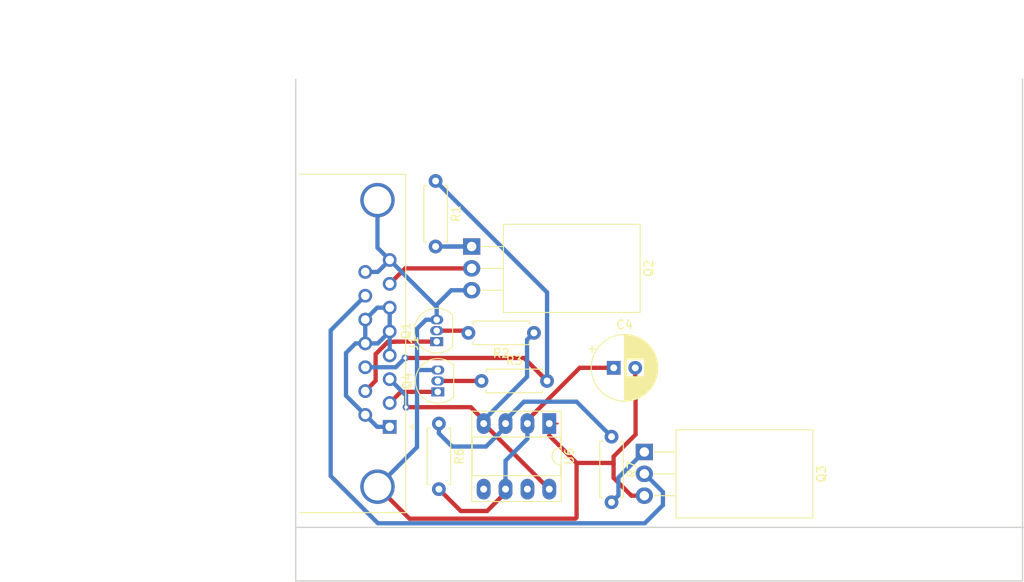
<source format=kicad_pcb>
(kicad_pcb (version 20171130) (host pcbnew "(5.0.1)-4")

  (general
    (thickness 1.6)
    (drawings 8)
    (tracks 122)
    (zones 0)
    (modules 12)
    (nets 17)
  )

  (page A4)
  (layers
    (0 F.Cu signal)
    (31 B.Cu signal)
    (32 B.Adhes user)
    (33 F.Adhes user)
    (34 B.Paste user)
    (35 F.Paste user)
    (36 B.SilkS user)
    (37 F.SilkS user)
    (38 B.Mask user)
    (39 F.Mask user)
    (40 Dwgs.User user)
    (41 Cmts.User user)
    (42 Eco1.User user)
    (43 Eco2.User user)
    (44 Edge.Cuts user)
    (45 Margin user)
    (46 B.CrtYd user)
    (47 F.CrtYd user)
    (48 B.Fab user)
    (49 F.Fab user)
  )

  (setup
    (last_trace_width 0.5)
    (user_trace_width 0.2)
    (user_trace_width 0.3)
    (user_trace_width 0.5)
    (user_trace_width 1)
    (user_trace_width 2)
    (trace_clearance 0.1524)
    (zone_clearance 0.508)
    (zone_45_only no)
    (trace_min 0.1524)
    (segment_width 0.2)
    (edge_width 0.15)
    (via_size 0.8)
    (via_drill 0.4)
    (via_min_size 0.6)
    (via_min_drill 0.4)
    (uvia_size 0.3)
    (uvia_drill 0.1)
    (uvias_allowed no)
    (uvia_min_size 0.2)
    (uvia_min_drill 0.1)
    (pcb_text_width 0.3)
    (pcb_text_size 1.5 1.5)
    (mod_edge_width 0.15)
    (mod_text_size 1 1)
    (mod_text_width 0.15)
    (pad_size 1.524 1.524)
    (pad_drill 0.762)
    (pad_to_mask_clearance 0.051)
    (solder_mask_min_width 0.25)
    (aux_axis_origin 0 0)
    (visible_elements 7FFFFFFF)
    (pcbplotparams
      (layerselection 0x010fc_ffffffff)
      (usegerberextensions false)
      (usegerberattributes false)
      (usegerberadvancedattributes false)
      (creategerberjobfile false)
      (excludeedgelayer true)
      (linewidth 0.100000)
      (plotframeref false)
      (viasonmask false)
      (mode 1)
      (useauxorigin false)
      (hpglpennumber 1)
      (hpglpenspeed 20)
      (hpglpendiameter 15.000000)
      (psnegative false)
      (psa4output false)
      (plotreference true)
      (plotvalue true)
      (plotinvisibletext false)
      (padsonsilk false)
      (subtractmaskfromsilk false)
      (outputformat 1)
      (mirror false)
      (drillshape 1)
      (scaleselection 1)
      (outputdirectory ""))
  )

  (net 0 "")
  (net 1 VCC)
  (net 2 /VCC_RED)
  (net 3 /VCC_GREEN)
  (net 4 GND)
  (net 5 /LV_indicator)
  (net 6 "Net-(Q1-Pad2)")
  (net 7 /GREEN_LED)
  (net 8 "Net-(Q2-Pad1)")
  (net 9 "Net-(Q3-Pad1)")
  (net 10 /RED_LED)
  (net 11 "Net-(Q4-Pad2)")
  (net 12 /HV_indicator)
  (net 13 "Net-(U6-Pad5)")
  (net 14 "Net-(C4-Pad1)")
  (net 15 "Net-(R6-Pad1)")
  (net 16 "Net-(U6-Pad7)")

  (net_class Default "This is the default net class."
    (clearance 0.1524)
    (trace_width 0.1524)
    (via_dia 0.8)
    (via_drill 0.4)
    (uvia_dia 0.3)
    (uvia_drill 0.1)
    (add_net /GREEN_LED)
    (add_net /HV_indicator)
    (add_net /LV_indicator)
    (add_net /RED_LED)
    (add_net /VCC_GREEN)
    (add_net /VCC_RED)
    (add_net GND)
    (add_net "Net-(C4-Pad1)")
    (add_net "Net-(Q1-Pad2)")
    (add_net "Net-(Q2-Pad1)")
    (add_net "Net-(Q3-Pad1)")
    (add_net "Net-(Q4-Pad2)")
    (add_net "Net-(R6-Pad1)")
    (add_net "Net-(U6-Pad5)")
    (add_net "Net-(U6-Pad7)")
    (add_net VCC)
  )

  (module Package_TO_SOT_THT:TO-220-3_Horizontal_TabDown (layer F.Cu) (tedit 5AC8BA0D) (tstamp 5C221D75)
    (at 114.935 47.625 270)
    (descr "TO-220-3, Horizontal, RM 2.54mm, see https://www.vishay.com/docs/66542/to-220-1.pdf")
    (tags "TO-220-3 Horizontal RM 2.54mm")
    (path /5C18E85D)
    (fp_text reference Q2 (at 2.54 -20.58 270) (layer F.SilkS)
      (effects (font (size 1 1) (thickness 0.15)))
    )
    (fp_text value TIP120 (at 2.54 2 270) (layer F.Fab)
      (effects (font (size 1 1) (thickness 0.15)))
    )
    (fp_text user %R (at 2.54 -20.58 270) (layer F.Fab)
      (effects (font (size 1 1) (thickness 0.15)))
    )
    (fp_line (start 7.79 -19.71) (end -2.71 -19.71) (layer F.CrtYd) (width 0.05))
    (fp_line (start 7.79 1.25) (end 7.79 -19.71) (layer F.CrtYd) (width 0.05))
    (fp_line (start -2.71 1.25) (end 7.79 1.25) (layer F.CrtYd) (width 0.05))
    (fp_line (start -2.71 -19.71) (end -2.71 1.25) (layer F.CrtYd) (width 0.05))
    (fp_line (start 5.08 -3.69) (end 5.08 -1.15) (layer F.SilkS) (width 0.12))
    (fp_line (start 2.54 -3.69) (end 2.54 -1.15) (layer F.SilkS) (width 0.12))
    (fp_line (start 0 -3.69) (end 0 -1.15) (layer F.SilkS) (width 0.12))
    (fp_line (start 7.66 -19.58) (end 7.66 -3.69) (layer F.SilkS) (width 0.12))
    (fp_line (start -2.58 -19.58) (end -2.58 -3.69) (layer F.SilkS) (width 0.12))
    (fp_line (start -2.58 -19.58) (end 7.66 -19.58) (layer F.SilkS) (width 0.12))
    (fp_line (start -2.58 -3.69) (end 7.66 -3.69) (layer F.SilkS) (width 0.12))
    (fp_line (start 5.08 -3.81) (end 5.08 0) (layer F.Fab) (width 0.1))
    (fp_line (start 2.54 -3.81) (end 2.54 0) (layer F.Fab) (width 0.1))
    (fp_line (start 0 -3.81) (end 0 0) (layer F.Fab) (width 0.1))
    (fp_line (start 7.54 -3.81) (end -2.46 -3.81) (layer F.Fab) (width 0.1))
    (fp_line (start 7.54 -13.06) (end 7.54 -3.81) (layer F.Fab) (width 0.1))
    (fp_line (start -2.46 -13.06) (end 7.54 -13.06) (layer F.Fab) (width 0.1))
    (fp_line (start -2.46 -3.81) (end -2.46 -13.06) (layer F.Fab) (width 0.1))
    (fp_line (start 7.54 -13.06) (end -2.46 -13.06) (layer F.Fab) (width 0.1))
    (fp_line (start 7.54 -19.46) (end 7.54 -13.06) (layer F.Fab) (width 0.1))
    (fp_line (start -2.46 -19.46) (end 7.54 -19.46) (layer F.Fab) (width 0.1))
    (fp_line (start -2.46 -13.06) (end -2.46 -19.46) (layer F.Fab) (width 0.1))
    (fp_circle (center 2.54 -16.66) (end 4.39 -16.66) (layer F.Fab) (width 0.1))
    (pad 3 thru_hole oval (at 5.08 0 270) (size 1.905 2) (drill 1.1) (layers *.Cu *.Mask)
      (net 4 GND))
    (pad 2 thru_hole oval (at 2.54 0 270) (size 1.905 2) (drill 1.1) (layers *.Cu *.Mask)
      (net 7 /GREEN_LED))
    (pad 1 thru_hole rect (at 0 0 270) (size 1.905 2) (drill 1.1) (layers *.Cu *.Mask)
      (net 8 "Net-(Q2-Pad1)"))
    (pad "" np_thru_hole oval (at 2.54 -16.66 270) (size 3.5 3.5) (drill 3.5) (layers *.Cu *.Mask))
    (model ${KISYS3DMOD}/Package_TO_SOT_THT.3dshapes/TO-220-3_Horizontal_TabDown.wrl
      (at (xyz 0 0 0))
      (scale (xyz 1 1 1))
      (rotate (xyz 0 0 0))
    )
  )

  (module Resistor_THT:R_Axial_DIN0207_L6.3mm_D2.5mm_P7.62mm_Horizontal (layer F.Cu) (tedit 5AE5139B) (tstamp 5C21CB42)
    (at 131.191 69.723 270)
    (descr "Resistor, Axial_DIN0207 series, Axial, Horizontal, pin pitch=7.62mm, 0.25W = 1/4W, length*diameter=6.3*2.5mm^2, http://cdn-reichelt.de/documents/datenblatt/B400/1_4W%23YAG.pdf")
    (tags "Resistor Axial_DIN0207 series Axial Horizontal pin pitch 7.62mm 0.25W = 1/4W length 6.3mm diameter 2.5mm")
    (path /5C106B0C)
    (fp_text reference R7 (at 3.81 -2.37 270) (layer F.SilkS)
      (effects (font (size 1 1) (thickness 0.15)))
    )
    (fp_text value R (at 3.81 2.37 270) (layer F.Fab)
      (effects (font (size 1 1) (thickness 0.15)))
    )
    (fp_line (start 0.66 -1.25) (end 0.66 1.25) (layer F.Fab) (width 0.1))
    (fp_line (start 0.66 1.25) (end 6.96 1.25) (layer F.Fab) (width 0.1))
    (fp_line (start 6.96 1.25) (end 6.96 -1.25) (layer F.Fab) (width 0.1))
    (fp_line (start 6.96 -1.25) (end 0.66 -1.25) (layer F.Fab) (width 0.1))
    (fp_line (start 0 0) (end 0.66 0) (layer F.Fab) (width 0.1))
    (fp_line (start 7.62 0) (end 6.96 0) (layer F.Fab) (width 0.1))
    (fp_line (start 0.54 -1.04) (end 0.54 -1.37) (layer F.SilkS) (width 0.12))
    (fp_line (start 0.54 -1.37) (end 7.08 -1.37) (layer F.SilkS) (width 0.12))
    (fp_line (start 7.08 -1.37) (end 7.08 -1.04) (layer F.SilkS) (width 0.12))
    (fp_line (start 0.54 1.04) (end 0.54 1.37) (layer F.SilkS) (width 0.12))
    (fp_line (start 0.54 1.37) (end 7.08 1.37) (layer F.SilkS) (width 0.12))
    (fp_line (start 7.08 1.37) (end 7.08 1.04) (layer F.SilkS) (width 0.12))
    (fp_line (start -1.05 -1.5) (end -1.05 1.5) (layer F.CrtYd) (width 0.05))
    (fp_line (start -1.05 1.5) (end 8.67 1.5) (layer F.CrtYd) (width 0.05))
    (fp_line (start 8.67 1.5) (end 8.67 -1.5) (layer F.CrtYd) (width 0.05))
    (fp_line (start 8.67 -1.5) (end -1.05 -1.5) (layer F.CrtYd) (width 0.05))
    (fp_text user %R (at 3.81 0 270) (layer F.Fab)
      (effects (font (size 1 1) (thickness 0.15)))
    )
    (pad 1 thru_hole circle (at 0 0 270) (size 1.6 1.6) (drill 0.8) (layers *.Cu *.Mask)
      (net 15 "Net-(R6-Pad1)"))
    (pad 2 thru_hole oval (at 7.62 0 270) (size 1.6 1.6) (drill 0.8) (layers *.Cu *.Mask)
      (net 9 "Net-(Q3-Pad1)"))
    (model ${KISYS3DMOD}/Resistor_THT.3dshapes/R_Axial_DIN0207_L6.3mm_D2.5mm_P7.62mm_Horizontal.wrl
      (at (xyz 0 0 0))
      (scale (xyz 1 1 1))
      (rotate (xyz 0 0 0))
    )
  )

  (module Resistor_THT:R_Axial_DIN0207_L6.3mm_D2.5mm_P7.62mm_Horizontal (layer F.Cu) (tedit 5AE5139B) (tstamp 5C21CAE6)
    (at 110.744 40.005 270)
    (descr "Resistor, Axial_DIN0207 series, Axial, Horizontal, pin pitch=7.62mm, 0.25W = 1/4W, length*diameter=6.3*2.5mm^2, http://cdn-reichelt.de/documents/datenblatt/B400/1_4W%23YAG.pdf")
    (tags "Resistor Axial_DIN0207 series Axial Horizontal pin pitch 7.62mm 0.25W = 1/4W length 6.3mm diameter 2.5mm")
    (path /5C18E850)
    (fp_text reference R1 (at 3.81 -2.37 270) (layer F.SilkS)
      (effects (font (size 1 1) (thickness 0.15)))
    )
    (fp_text value R (at 3.81 2.37 270) (layer F.Fab)
      (effects (font (size 1 1) (thickness 0.15)))
    )
    (fp_line (start 0.66 -1.25) (end 0.66 1.25) (layer F.Fab) (width 0.1))
    (fp_line (start 0.66 1.25) (end 6.96 1.25) (layer F.Fab) (width 0.1))
    (fp_line (start 6.96 1.25) (end 6.96 -1.25) (layer F.Fab) (width 0.1))
    (fp_line (start 6.96 -1.25) (end 0.66 -1.25) (layer F.Fab) (width 0.1))
    (fp_line (start 0 0) (end 0.66 0) (layer F.Fab) (width 0.1))
    (fp_line (start 7.62 0) (end 6.96 0) (layer F.Fab) (width 0.1))
    (fp_line (start 0.54 -1.04) (end 0.54 -1.37) (layer F.SilkS) (width 0.12))
    (fp_line (start 0.54 -1.37) (end 7.08 -1.37) (layer F.SilkS) (width 0.12))
    (fp_line (start 7.08 -1.37) (end 7.08 -1.04) (layer F.SilkS) (width 0.12))
    (fp_line (start 0.54 1.04) (end 0.54 1.37) (layer F.SilkS) (width 0.12))
    (fp_line (start 0.54 1.37) (end 7.08 1.37) (layer F.SilkS) (width 0.12))
    (fp_line (start 7.08 1.37) (end 7.08 1.04) (layer F.SilkS) (width 0.12))
    (fp_line (start -1.05 -1.5) (end -1.05 1.5) (layer F.CrtYd) (width 0.05))
    (fp_line (start -1.05 1.5) (end 8.67 1.5) (layer F.CrtYd) (width 0.05))
    (fp_line (start 8.67 1.5) (end 8.67 -1.5) (layer F.CrtYd) (width 0.05))
    (fp_line (start 8.67 -1.5) (end -1.05 -1.5) (layer F.CrtYd) (width 0.05))
    (fp_text user %R (at 3.81 0 270) (layer F.Fab)
      (effects (font (size 1 1) (thickness 0.15)))
    )
    (pad 1 thru_hole circle (at 0 0 270) (size 1.6 1.6) (drill 0.8) (layers *.Cu *.Mask)
      (net 3 /VCC_GREEN))
    (pad 2 thru_hole oval (at 7.62 0 270) (size 1.6 1.6) (drill 0.8) (layers *.Cu *.Mask)
      (net 8 "Net-(Q2-Pad1)"))
    (model ${KISYS3DMOD}/Resistor_THT.3dshapes/R_Axial_DIN0207_L6.3mm_D2.5mm_P7.62mm_Horizontal.wrl
      (at (xyz 0 0 0))
      (scale (xyz 1 1 1))
      (rotate (xyz 0 0 0))
    )
  )

  (module Package_DIP:DIP-8_W7.62mm_Socket_LongPads (layer F.Cu) (tedit 5A02E8C5) (tstamp 5C1548BC)
    (at 123.952 68.199 270)
    (descr "8-lead though-hole mounted DIP package, row spacing 7.62 mm (300 mils), Socket, LongPads")
    (tags "THT DIP DIL PDIP 2.54mm 7.62mm 300mil Socket LongPads")
    (path /5C106C98)
    (fp_text reference U6 (at 3.81 -2.33 270) (layer F.SilkS)
      (effects (font (size 1 1) (thickness 0.15)))
    )
    (fp_text value LM555 (at 3.81 9.95 270) (layer F.Fab)
      (effects (font (size 1 1) (thickness 0.15)))
    )
    (fp_arc (start 3.81 -1.33) (end 2.81 -1.33) (angle -180) (layer F.SilkS) (width 0.12))
    (fp_line (start 1.635 -1.27) (end 6.985 -1.27) (layer F.Fab) (width 0.1))
    (fp_line (start 6.985 -1.27) (end 6.985 8.89) (layer F.Fab) (width 0.1))
    (fp_line (start 6.985 8.89) (end 0.635 8.89) (layer F.Fab) (width 0.1))
    (fp_line (start 0.635 8.89) (end 0.635 -0.27) (layer F.Fab) (width 0.1))
    (fp_line (start 0.635 -0.27) (end 1.635 -1.27) (layer F.Fab) (width 0.1))
    (fp_line (start -1.27 -1.33) (end -1.27 8.95) (layer F.Fab) (width 0.1))
    (fp_line (start -1.27 8.95) (end 8.89 8.95) (layer F.Fab) (width 0.1))
    (fp_line (start 8.89 8.95) (end 8.89 -1.33) (layer F.Fab) (width 0.1))
    (fp_line (start 8.89 -1.33) (end -1.27 -1.33) (layer F.Fab) (width 0.1))
    (fp_line (start 2.81 -1.33) (end 1.56 -1.33) (layer F.SilkS) (width 0.12))
    (fp_line (start 1.56 -1.33) (end 1.56 8.95) (layer F.SilkS) (width 0.12))
    (fp_line (start 1.56 8.95) (end 6.06 8.95) (layer F.SilkS) (width 0.12))
    (fp_line (start 6.06 8.95) (end 6.06 -1.33) (layer F.SilkS) (width 0.12))
    (fp_line (start 6.06 -1.33) (end 4.81 -1.33) (layer F.SilkS) (width 0.12))
    (fp_line (start -1.44 -1.39) (end -1.44 9.01) (layer F.SilkS) (width 0.12))
    (fp_line (start -1.44 9.01) (end 9.06 9.01) (layer F.SilkS) (width 0.12))
    (fp_line (start 9.06 9.01) (end 9.06 -1.39) (layer F.SilkS) (width 0.12))
    (fp_line (start 9.06 -1.39) (end -1.44 -1.39) (layer F.SilkS) (width 0.12))
    (fp_line (start -1.55 -1.6) (end -1.55 9.2) (layer F.CrtYd) (width 0.05))
    (fp_line (start -1.55 9.2) (end 9.15 9.2) (layer F.CrtYd) (width 0.05))
    (fp_line (start 9.15 9.2) (end 9.15 -1.6) (layer F.CrtYd) (width 0.05))
    (fp_line (start 9.15 -1.6) (end -1.55 -1.6) (layer F.CrtYd) (width 0.05))
    (fp_text user %R (at 3.81 3.81 270) (layer F.Fab)
      (effects (font (size 1 1) (thickness 0.15)))
    )
    (pad 1 thru_hole rect (at 0 0 270) (size 2.4 1.6) (drill 0.8) (layers *.Cu *.Mask)
      (net 4 GND))
    (pad 5 thru_hole oval (at 7.62 7.62 270) (size 2.4 1.6) (drill 0.8) (layers *.Cu *.Mask)
      (net 13 "Net-(U6-Pad5)"))
    (pad 2 thru_hole oval (at 0 2.54 270) (size 2.4 1.6) (drill 0.8) (layers *.Cu *.Mask)
      (net 14 "Net-(C4-Pad1)"))
    (pad 6 thru_hole oval (at 7.62 5.08 270) (size 2.4 1.6) (drill 0.8) (layers *.Cu *.Mask)
      (net 14 "Net-(C4-Pad1)"))
    (pad 3 thru_hole oval (at 0 5.08 270) (size 2.4 1.6) (drill 0.8) (layers *.Cu *.Mask)
      (net 15 "Net-(R6-Pad1)"))
    (pad 7 thru_hole oval (at 7.62 2.54 270) (size 2.4 1.6) (drill 0.8) (layers *.Cu *.Mask)
      (net 16 "Net-(U6-Pad7)"))
    (pad 4 thru_hole oval (at 0 7.62 270) (size 2.4 1.6) (drill 0.8) (layers *.Cu *.Mask)
      (net 2 /VCC_RED))
    (pad 8 thru_hole oval (at 7.62 0 270) (size 2.4 1.6) (drill 0.8) (layers *.Cu *.Mask)
      (net 2 /VCC_RED))
    (model ${KISYS3DMOD}/Package_DIP.3dshapes/DIP-8_W7.62mm_Socket.wrl
      (at (xyz 0 0 0))
      (scale (xyz 1 1 1))
      (rotate (xyz 0 0 0))
    )
  )

  (module Capacitor_THT:CP_Radial_D7.5mm_P2.50mm (layer F.Cu) (tedit 5AE50EF0) (tstamp 5C21CA95)
    (at 131.445 61.722)
    (descr "CP, Radial series, Radial, pin pitch=2.50mm, , diameter=7.5mm, Electrolytic Capacitor")
    (tags "CP Radial series Radial pin pitch 2.50mm  diameter 7.5mm Electrolytic Capacitor")
    (path /5C106D4A)
    (fp_text reference C4 (at 1.25 -5) (layer F.SilkS)
      (effects (font (size 1 1) (thickness 0.15)))
    )
    (fp_text value C (at 1.25 5) (layer F.Fab)
      (effects (font (size 1 1) (thickness 0.15)))
    )
    (fp_circle (center 1.25 0) (end 5 0) (layer F.Fab) (width 0.1))
    (fp_circle (center 1.25 0) (end 5.12 0) (layer F.SilkS) (width 0.12))
    (fp_circle (center 1.25 0) (end 5.25 0) (layer F.CrtYd) (width 0.05))
    (fp_line (start -1.961233 -1.6375) (end -1.211233 -1.6375) (layer F.Fab) (width 0.1))
    (fp_line (start -1.586233 -2.0125) (end -1.586233 -1.2625) (layer F.Fab) (width 0.1))
    (fp_line (start 1.25 -3.83) (end 1.25 3.83) (layer F.SilkS) (width 0.12))
    (fp_line (start 1.29 -3.83) (end 1.29 3.83) (layer F.SilkS) (width 0.12))
    (fp_line (start 1.33 -3.83) (end 1.33 3.83) (layer F.SilkS) (width 0.12))
    (fp_line (start 1.37 -3.829) (end 1.37 3.829) (layer F.SilkS) (width 0.12))
    (fp_line (start 1.41 -3.827) (end 1.41 3.827) (layer F.SilkS) (width 0.12))
    (fp_line (start 1.45 -3.825) (end 1.45 3.825) (layer F.SilkS) (width 0.12))
    (fp_line (start 1.49 -3.823) (end 1.49 -1.04) (layer F.SilkS) (width 0.12))
    (fp_line (start 1.49 1.04) (end 1.49 3.823) (layer F.SilkS) (width 0.12))
    (fp_line (start 1.53 -3.82) (end 1.53 -1.04) (layer F.SilkS) (width 0.12))
    (fp_line (start 1.53 1.04) (end 1.53 3.82) (layer F.SilkS) (width 0.12))
    (fp_line (start 1.57 -3.817) (end 1.57 -1.04) (layer F.SilkS) (width 0.12))
    (fp_line (start 1.57 1.04) (end 1.57 3.817) (layer F.SilkS) (width 0.12))
    (fp_line (start 1.61 -3.814) (end 1.61 -1.04) (layer F.SilkS) (width 0.12))
    (fp_line (start 1.61 1.04) (end 1.61 3.814) (layer F.SilkS) (width 0.12))
    (fp_line (start 1.65 -3.81) (end 1.65 -1.04) (layer F.SilkS) (width 0.12))
    (fp_line (start 1.65 1.04) (end 1.65 3.81) (layer F.SilkS) (width 0.12))
    (fp_line (start 1.69 -3.805) (end 1.69 -1.04) (layer F.SilkS) (width 0.12))
    (fp_line (start 1.69 1.04) (end 1.69 3.805) (layer F.SilkS) (width 0.12))
    (fp_line (start 1.73 -3.801) (end 1.73 -1.04) (layer F.SilkS) (width 0.12))
    (fp_line (start 1.73 1.04) (end 1.73 3.801) (layer F.SilkS) (width 0.12))
    (fp_line (start 1.77 -3.795) (end 1.77 -1.04) (layer F.SilkS) (width 0.12))
    (fp_line (start 1.77 1.04) (end 1.77 3.795) (layer F.SilkS) (width 0.12))
    (fp_line (start 1.81 -3.79) (end 1.81 -1.04) (layer F.SilkS) (width 0.12))
    (fp_line (start 1.81 1.04) (end 1.81 3.79) (layer F.SilkS) (width 0.12))
    (fp_line (start 1.85 -3.784) (end 1.85 -1.04) (layer F.SilkS) (width 0.12))
    (fp_line (start 1.85 1.04) (end 1.85 3.784) (layer F.SilkS) (width 0.12))
    (fp_line (start 1.89 -3.777) (end 1.89 -1.04) (layer F.SilkS) (width 0.12))
    (fp_line (start 1.89 1.04) (end 1.89 3.777) (layer F.SilkS) (width 0.12))
    (fp_line (start 1.93 -3.77) (end 1.93 -1.04) (layer F.SilkS) (width 0.12))
    (fp_line (start 1.93 1.04) (end 1.93 3.77) (layer F.SilkS) (width 0.12))
    (fp_line (start 1.971 -3.763) (end 1.971 -1.04) (layer F.SilkS) (width 0.12))
    (fp_line (start 1.971 1.04) (end 1.971 3.763) (layer F.SilkS) (width 0.12))
    (fp_line (start 2.011 -3.755) (end 2.011 -1.04) (layer F.SilkS) (width 0.12))
    (fp_line (start 2.011 1.04) (end 2.011 3.755) (layer F.SilkS) (width 0.12))
    (fp_line (start 2.051 -3.747) (end 2.051 -1.04) (layer F.SilkS) (width 0.12))
    (fp_line (start 2.051 1.04) (end 2.051 3.747) (layer F.SilkS) (width 0.12))
    (fp_line (start 2.091 -3.738) (end 2.091 -1.04) (layer F.SilkS) (width 0.12))
    (fp_line (start 2.091 1.04) (end 2.091 3.738) (layer F.SilkS) (width 0.12))
    (fp_line (start 2.131 -3.729) (end 2.131 -1.04) (layer F.SilkS) (width 0.12))
    (fp_line (start 2.131 1.04) (end 2.131 3.729) (layer F.SilkS) (width 0.12))
    (fp_line (start 2.171 -3.72) (end 2.171 -1.04) (layer F.SilkS) (width 0.12))
    (fp_line (start 2.171 1.04) (end 2.171 3.72) (layer F.SilkS) (width 0.12))
    (fp_line (start 2.211 -3.71) (end 2.211 -1.04) (layer F.SilkS) (width 0.12))
    (fp_line (start 2.211 1.04) (end 2.211 3.71) (layer F.SilkS) (width 0.12))
    (fp_line (start 2.251 -3.699) (end 2.251 -1.04) (layer F.SilkS) (width 0.12))
    (fp_line (start 2.251 1.04) (end 2.251 3.699) (layer F.SilkS) (width 0.12))
    (fp_line (start 2.291 -3.688) (end 2.291 -1.04) (layer F.SilkS) (width 0.12))
    (fp_line (start 2.291 1.04) (end 2.291 3.688) (layer F.SilkS) (width 0.12))
    (fp_line (start 2.331 -3.677) (end 2.331 -1.04) (layer F.SilkS) (width 0.12))
    (fp_line (start 2.331 1.04) (end 2.331 3.677) (layer F.SilkS) (width 0.12))
    (fp_line (start 2.371 -3.665) (end 2.371 -1.04) (layer F.SilkS) (width 0.12))
    (fp_line (start 2.371 1.04) (end 2.371 3.665) (layer F.SilkS) (width 0.12))
    (fp_line (start 2.411 -3.653) (end 2.411 -1.04) (layer F.SilkS) (width 0.12))
    (fp_line (start 2.411 1.04) (end 2.411 3.653) (layer F.SilkS) (width 0.12))
    (fp_line (start 2.451 -3.64) (end 2.451 -1.04) (layer F.SilkS) (width 0.12))
    (fp_line (start 2.451 1.04) (end 2.451 3.64) (layer F.SilkS) (width 0.12))
    (fp_line (start 2.491 -3.626) (end 2.491 -1.04) (layer F.SilkS) (width 0.12))
    (fp_line (start 2.491 1.04) (end 2.491 3.626) (layer F.SilkS) (width 0.12))
    (fp_line (start 2.531 -3.613) (end 2.531 -1.04) (layer F.SilkS) (width 0.12))
    (fp_line (start 2.531 1.04) (end 2.531 3.613) (layer F.SilkS) (width 0.12))
    (fp_line (start 2.571 -3.598) (end 2.571 -1.04) (layer F.SilkS) (width 0.12))
    (fp_line (start 2.571 1.04) (end 2.571 3.598) (layer F.SilkS) (width 0.12))
    (fp_line (start 2.611 -3.584) (end 2.611 -1.04) (layer F.SilkS) (width 0.12))
    (fp_line (start 2.611 1.04) (end 2.611 3.584) (layer F.SilkS) (width 0.12))
    (fp_line (start 2.651 -3.568) (end 2.651 -1.04) (layer F.SilkS) (width 0.12))
    (fp_line (start 2.651 1.04) (end 2.651 3.568) (layer F.SilkS) (width 0.12))
    (fp_line (start 2.691 -3.553) (end 2.691 -1.04) (layer F.SilkS) (width 0.12))
    (fp_line (start 2.691 1.04) (end 2.691 3.553) (layer F.SilkS) (width 0.12))
    (fp_line (start 2.731 -3.536) (end 2.731 -1.04) (layer F.SilkS) (width 0.12))
    (fp_line (start 2.731 1.04) (end 2.731 3.536) (layer F.SilkS) (width 0.12))
    (fp_line (start 2.771 -3.52) (end 2.771 -1.04) (layer F.SilkS) (width 0.12))
    (fp_line (start 2.771 1.04) (end 2.771 3.52) (layer F.SilkS) (width 0.12))
    (fp_line (start 2.811 -3.502) (end 2.811 -1.04) (layer F.SilkS) (width 0.12))
    (fp_line (start 2.811 1.04) (end 2.811 3.502) (layer F.SilkS) (width 0.12))
    (fp_line (start 2.851 -3.484) (end 2.851 -1.04) (layer F.SilkS) (width 0.12))
    (fp_line (start 2.851 1.04) (end 2.851 3.484) (layer F.SilkS) (width 0.12))
    (fp_line (start 2.891 -3.466) (end 2.891 -1.04) (layer F.SilkS) (width 0.12))
    (fp_line (start 2.891 1.04) (end 2.891 3.466) (layer F.SilkS) (width 0.12))
    (fp_line (start 2.931 -3.447) (end 2.931 -1.04) (layer F.SilkS) (width 0.12))
    (fp_line (start 2.931 1.04) (end 2.931 3.447) (layer F.SilkS) (width 0.12))
    (fp_line (start 2.971 -3.427) (end 2.971 -1.04) (layer F.SilkS) (width 0.12))
    (fp_line (start 2.971 1.04) (end 2.971 3.427) (layer F.SilkS) (width 0.12))
    (fp_line (start 3.011 -3.407) (end 3.011 -1.04) (layer F.SilkS) (width 0.12))
    (fp_line (start 3.011 1.04) (end 3.011 3.407) (layer F.SilkS) (width 0.12))
    (fp_line (start 3.051 -3.386) (end 3.051 -1.04) (layer F.SilkS) (width 0.12))
    (fp_line (start 3.051 1.04) (end 3.051 3.386) (layer F.SilkS) (width 0.12))
    (fp_line (start 3.091 -3.365) (end 3.091 -1.04) (layer F.SilkS) (width 0.12))
    (fp_line (start 3.091 1.04) (end 3.091 3.365) (layer F.SilkS) (width 0.12))
    (fp_line (start 3.131 -3.343) (end 3.131 -1.04) (layer F.SilkS) (width 0.12))
    (fp_line (start 3.131 1.04) (end 3.131 3.343) (layer F.SilkS) (width 0.12))
    (fp_line (start 3.171 -3.321) (end 3.171 -1.04) (layer F.SilkS) (width 0.12))
    (fp_line (start 3.171 1.04) (end 3.171 3.321) (layer F.SilkS) (width 0.12))
    (fp_line (start 3.211 -3.297) (end 3.211 -1.04) (layer F.SilkS) (width 0.12))
    (fp_line (start 3.211 1.04) (end 3.211 3.297) (layer F.SilkS) (width 0.12))
    (fp_line (start 3.251 -3.274) (end 3.251 -1.04) (layer F.SilkS) (width 0.12))
    (fp_line (start 3.251 1.04) (end 3.251 3.274) (layer F.SilkS) (width 0.12))
    (fp_line (start 3.291 -3.249) (end 3.291 -1.04) (layer F.SilkS) (width 0.12))
    (fp_line (start 3.291 1.04) (end 3.291 3.249) (layer F.SilkS) (width 0.12))
    (fp_line (start 3.331 -3.224) (end 3.331 -1.04) (layer F.SilkS) (width 0.12))
    (fp_line (start 3.331 1.04) (end 3.331 3.224) (layer F.SilkS) (width 0.12))
    (fp_line (start 3.371 -3.198) (end 3.371 -1.04) (layer F.SilkS) (width 0.12))
    (fp_line (start 3.371 1.04) (end 3.371 3.198) (layer F.SilkS) (width 0.12))
    (fp_line (start 3.411 -3.172) (end 3.411 -1.04) (layer F.SilkS) (width 0.12))
    (fp_line (start 3.411 1.04) (end 3.411 3.172) (layer F.SilkS) (width 0.12))
    (fp_line (start 3.451 -3.144) (end 3.451 -1.04) (layer F.SilkS) (width 0.12))
    (fp_line (start 3.451 1.04) (end 3.451 3.144) (layer F.SilkS) (width 0.12))
    (fp_line (start 3.491 -3.116) (end 3.491 -1.04) (layer F.SilkS) (width 0.12))
    (fp_line (start 3.491 1.04) (end 3.491 3.116) (layer F.SilkS) (width 0.12))
    (fp_line (start 3.531 -3.088) (end 3.531 -1.04) (layer F.SilkS) (width 0.12))
    (fp_line (start 3.531 1.04) (end 3.531 3.088) (layer F.SilkS) (width 0.12))
    (fp_line (start 3.571 -3.058) (end 3.571 3.058) (layer F.SilkS) (width 0.12))
    (fp_line (start 3.611 -3.028) (end 3.611 3.028) (layer F.SilkS) (width 0.12))
    (fp_line (start 3.651 -2.996) (end 3.651 2.996) (layer F.SilkS) (width 0.12))
    (fp_line (start 3.691 -2.964) (end 3.691 2.964) (layer F.SilkS) (width 0.12))
    (fp_line (start 3.731 -2.931) (end 3.731 2.931) (layer F.SilkS) (width 0.12))
    (fp_line (start 3.771 -2.898) (end 3.771 2.898) (layer F.SilkS) (width 0.12))
    (fp_line (start 3.811 -2.863) (end 3.811 2.863) (layer F.SilkS) (width 0.12))
    (fp_line (start 3.851 -2.827) (end 3.851 2.827) (layer F.SilkS) (width 0.12))
    (fp_line (start 3.891 -2.79) (end 3.891 2.79) (layer F.SilkS) (width 0.12))
    (fp_line (start 3.931 -2.752) (end 3.931 2.752) (layer F.SilkS) (width 0.12))
    (fp_line (start 3.971 -2.713) (end 3.971 2.713) (layer F.SilkS) (width 0.12))
    (fp_line (start 4.011 -2.673) (end 4.011 2.673) (layer F.SilkS) (width 0.12))
    (fp_line (start 4.051 -2.632) (end 4.051 2.632) (layer F.SilkS) (width 0.12))
    (fp_line (start 4.091 -2.589) (end 4.091 2.589) (layer F.SilkS) (width 0.12))
    (fp_line (start 4.131 -2.546) (end 4.131 2.546) (layer F.SilkS) (width 0.12))
    (fp_line (start 4.171 -2.5) (end 4.171 2.5) (layer F.SilkS) (width 0.12))
    (fp_line (start 4.211 -2.454) (end 4.211 2.454) (layer F.SilkS) (width 0.12))
    (fp_line (start 4.251 -2.405) (end 4.251 2.405) (layer F.SilkS) (width 0.12))
    (fp_line (start 4.291 -2.355) (end 4.291 2.355) (layer F.SilkS) (width 0.12))
    (fp_line (start 4.331 -2.304) (end 4.331 2.304) (layer F.SilkS) (width 0.12))
    (fp_line (start 4.371 -2.25) (end 4.371 2.25) (layer F.SilkS) (width 0.12))
    (fp_line (start 4.411 -2.195) (end 4.411 2.195) (layer F.SilkS) (width 0.12))
    (fp_line (start 4.451 -2.137) (end 4.451 2.137) (layer F.SilkS) (width 0.12))
    (fp_line (start 4.491 -2.077) (end 4.491 2.077) (layer F.SilkS) (width 0.12))
    (fp_line (start 4.531 -2.014) (end 4.531 2.014) (layer F.SilkS) (width 0.12))
    (fp_line (start 4.571 -1.949) (end 4.571 1.949) (layer F.SilkS) (width 0.12))
    (fp_line (start 4.611 -1.881) (end 4.611 1.881) (layer F.SilkS) (width 0.12))
    (fp_line (start 4.651 -1.809) (end 4.651 1.809) (layer F.SilkS) (width 0.12))
    (fp_line (start 4.691 -1.733) (end 4.691 1.733) (layer F.SilkS) (width 0.12))
    (fp_line (start 4.731 -1.654) (end 4.731 1.654) (layer F.SilkS) (width 0.12))
    (fp_line (start 4.771 -1.569) (end 4.771 1.569) (layer F.SilkS) (width 0.12))
    (fp_line (start 4.811 -1.478) (end 4.811 1.478) (layer F.SilkS) (width 0.12))
    (fp_line (start 4.851 -1.381) (end 4.851 1.381) (layer F.SilkS) (width 0.12))
    (fp_line (start 4.891 -1.275) (end 4.891 1.275) (layer F.SilkS) (width 0.12))
    (fp_line (start 4.931 -1.158) (end 4.931 1.158) (layer F.SilkS) (width 0.12))
    (fp_line (start 4.971 -1.028) (end 4.971 1.028) (layer F.SilkS) (width 0.12))
    (fp_line (start 5.011 -0.877) (end 5.011 0.877) (layer F.SilkS) (width 0.12))
    (fp_line (start 5.051 -0.693) (end 5.051 0.693) (layer F.SilkS) (width 0.12))
    (fp_line (start 5.091 -0.441) (end 5.091 0.441) (layer F.SilkS) (width 0.12))
    (fp_line (start -2.892211 -2.175) (end -2.142211 -2.175) (layer F.SilkS) (width 0.12))
    (fp_line (start -2.517211 -2.55) (end -2.517211 -1.8) (layer F.SilkS) (width 0.12))
    (fp_text user %R (at 1.25 0) (layer F.Fab)
      (effects (font (size 1 1) (thickness 0.15)))
    )
    (pad 1 thru_hole rect (at 0 0) (size 1.6 1.6) (drill 0.8) (layers *.Cu *.Mask)
      (net 14 "Net-(C4-Pad1)"))
    (pad 2 thru_hole circle (at 2.5 0) (size 1.6 1.6) (drill 0.8) (layers *.Cu *.Mask)
      (net 4 GND))
    (model ${KISYS3DMOD}/Capacitor_THT.3dshapes/CP_Radial_D7.5mm_P2.50mm.wrl
      (at (xyz 0 0 0))
      (scale (xyz 1 1 1))
      (rotate (xyz 0 0 0))
    )
  )

  (module Connector_Dsub:DSUB-15_Female_Horizontal_P2.77x2.84mm_EdgePinOffset7.70mm_Housed_MountingHolesOffset9.12mm (layer F.Cu) (tedit 59FEDEE2) (tstamp 5C21CACF)
    (at 105.41 68.58 270)
    (descr "15-pin D-Sub connector, horizontal/angled (90 deg), THT-mount, female, pitch 2.77x2.84mm, pin-PCB-offset 7.699999999999999mm, distance of mounting holes 33.3mm, distance of mounting holes to PCB edge 9.12mm, see https://disti-assets.s3.amazonaws.com/tonar/files/datasheets/16730.pdf")
    (tags "15-pin D-Sub connector horizontal angled 90deg THT female pitch 2.77x2.84mm pin-PCB-offset 7.699999999999999mm mounting-holes-distance 33.3mm mounting-hole-offset 33.3mm")
    (path /5C1605E4)
    (fp_text reference J1 (at -9.695 -2.8 270) (layer F.SilkS)
      (effects (font (size 1 1) (thickness 0.15)))
    )
    (fp_text value DB15_Female_MountingHoles (at -9.695 18.61 270) (layer F.Fab)
      (effects (font (size 1 1) (thickness 0.15)))
    )
    (fp_arc (start -26.345 1.42) (end -27.945 1.42) (angle 180) (layer F.Fab) (width 0.1))
    (fp_arc (start 6.955 1.42) (end 5.355 1.42) (angle 180) (layer F.Fab) (width 0.1))
    (fp_line (start -29.295 -1.8) (end -29.295 10.54) (layer F.Fab) (width 0.1))
    (fp_line (start -29.295 10.54) (end 9.905 10.54) (layer F.Fab) (width 0.1))
    (fp_line (start 9.905 10.54) (end 9.905 -1.8) (layer F.Fab) (width 0.1))
    (fp_line (start 9.905 -1.8) (end -29.295 -1.8) (layer F.Fab) (width 0.1))
    (fp_line (start -29.295 10.54) (end -29.295 10.94) (layer F.Fab) (width 0.1))
    (fp_line (start -29.295 10.94) (end 9.905 10.94) (layer F.Fab) (width 0.1))
    (fp_line (start 9.905 10.94) (end 9.905 10.54) (layer F.Fab) (width 0.1))
    (fp_line (start 9.905 10.54) (end -29.295 10.54) (layer F.Fab) (width 0.1))
    (fp_line (start -21.995 10.94) (end -21.995 17.11) (layer F.Fab) (width 0.1))
    (fp_line (start -21.995 17.11) (end 2.605 17.11) (layer F.Fab) (width 0.1))
    (fp_line (start 2.605 17.11) (end 2.605 10.94) (layer F.Fab) (width 0.1))
    (fp_line (start 2.605 10.94) (end -21.995 10.94) (layer F.Fab) (width 0.1))
    (fp_line (start -28.845 10.94) (end -28.845 15.94) (layer F.Fab) (width 0.1))
    (fp_line (start -28.845 15.94) (end -23.845 15.94) (layer F.Fab) (width 0.1))
    (fp_line (start -23.845 15.94) (end -23.845 10.94) (layer F.Fab) (width 0.1))
    (fp_line (start -23.845 10.94) (end -28.845 10.94) (layer F.Fab) (width 0.1))
    (fp_line (start 4.455 10.94) (end 4.455 15.94) (layer F.Fab) (width 0.1))
    (fp_line (start 4.455 15.94) (end 9.455 15.94) (layer F.Fab) (width 0.1))
    (fp_line (start 9.455 15.94) (end 9.455 10.94) (layer F.Fab) (width 0.1))
    (fp_line (start 9.455 10.94) (end 4.455 10.94) (layer F.Fab) (width 0.1))
    (fp_line (start -27.945 10.54) (end -27.945 1.42) (layer F.Fab) (width 0.1))
    (fp_line (start -24.745 10.54) (end -24.745 1.42) (layer F.Fab) (width 0.1))
    (fp_line (start 5.355 10.54) (end 5.355 1.42) (layer F.Fab) (width 0.1))
    (fp_line (start 8.555 10.54) (end 8.555 1.42) (layer F.Fab) (width 0.1))
    (fp_line (start -29.355 10.48) (end -29.355 -1.86) (layer F.SilkS) (width 0.12))
    (fp_line (start -29.355 -1.86) (end 9.965 -1.86) (layer F.SilkS) (width 0.12))
    (fp_line (start 9.965 -1.86) (end 9.965 10.48) (layer F.SilkS) (width 0.12))
    (fp_line (start -0.25 -2.754338) (end 0.25 -2.754338) (layer F.SilkS) (width 0.12))
    (fp_line (start 0.25 -2.754338) (end 0 -2.321325) (layer F.SilkS) (width 0.12))
    (fp_line (start 0 -2.321325) (end -0.25 -2.754338) (layer F.SilkS) (width 0.12))
    (fp_line (start -29.8 -2.35) (end -29.8 17.65) (layer F.CrtYd) (width 0.05))
    (fp_line (start -29.8 17.65) (end 10.45 17.65) (layer F.CrtYd) (width 0.05))
    (fp_line (start 10.45 17.65) (end 10.45 -2.35) (layer F.CrtYd) (width 0.05))
    (fp_line (start 10.45 -2.35) (end -29.8 -2.35) (layer F.CrtYd) (width 0.05))
    (fp_text user %R (at -9.695 14.025 270) (layer F.Fab)
      (effects (font (size 1 1) (thickness 0.15)))
    )
    (pad 1 thru_hole rect (at 0 0 270) (size 1.6 1.6) (drill 1) (layers *.Cu *.Mask)
      (net 1 VCC))
    (pad 2 thru_hole circle (at -2.77 0 270) (size 1.6 1.6) (drill 1) (layers *.Cu *.Mask)
      (net 5 /LV_indicator))
    (pad 3 thru_hole circle (at -5.54 0 270) (size 1.6 1.6) (drill 1) (layers *.Cu *.Mask)
      (net 2 /VCC_RED))
    (pad 4 thru_hole circle (at -8.31 0 270) (size 1.6 1.6) (drill 1) (layers *.Cu *.Mask)
      (net 1 VCC))
    (pad 5 thru_hole circle (at -11.08 0 270) (size 1.6 1.6) (drill 1) (layers *.Cu *.Mask)
      (net 1 VCC))
    (pad 6 thru_hole circle (at -13.85 0 270) (size 1.6 1.6) (drill 1) (layers *.Cu *.Mask)
      (net 1 VCC))
    (pad 7 thru_hole circle (at -16.62 0 270) (size 1.6 1.6) (drill 1) (layers *.Cu *.Mask)
      (net 7 /GREEN_LED))
    (pad 8 thru_hole circle (at -19.39 0 270) (size 1.6 1.6) (drill 1) (layers *.Cu *.Mask)
      (net 4 GND))
    (pad 9 thru_hole circle (at -1.385 2.84 270) (size 1.6 1.6) (drill 1) (layers *.Cu *.Mask)
      (net 1 VCC))
    (pad 10 thru_hole circle (at -4.155 2.84 270) (size 1.6 1.6) (drill 1) (layers *.Cu *.Mask)
      (net 12 /HV_indicator))
    (pad 11 thru_hole circle (at -6.925 2.84 270) (size 1.6 1.6) (drill 1) (layers *.Cu *.Mask)
      (net 3 /VCC_GREEN))
    (pad 12 thru_hole circle (at -9.695 2.84 270) (size 1.6 1.6) (drill 1) (layers *.Cu *.Mask)
      (net 1 VCC))
    (pad 13 thru_hole circle (at -12.465 2.84 270) (size 1.6 1.6) (drill 1) (layers *.Cu *.Mask)
      (net 1 VCC))
    (pad 14 thru_hole circle (at -15.235 2.84 270) (size 1.6 1.6) (drill 1) (layers *.Cu *.Mask)
      (net 10 /RED_LED))
    (pad 15 thru_hole circle (at -18.005 2.84 270) (size 1.6 1.6) (drill 1) (layers *.Cu *.Mask)
      (net 4 GND))
    (pad 0 thru_hole circle (at -26.345 1.42 270) (size 4 4) (drill 3.2) (layers *.Cu *.Mask)
      (net 4 GND))
    (pad 0 thru_hole circle (at 6.955 1.42 270) (size 4 4) (drill 3.2) (layers *.Cu *.Mask)
      (net 4 GND))
    (model ${KISYS3DMOD}/Connector_Dsub.3dshapes/DSUB-15_Female_Horizontal_P2.77x2.84mm_EdgePinOffset7.70mm_Housed_MountingHolesOffset9.12mm.wrl
      (at (xyz 0 0 0))
      (scale (xyz 1 1 1))
      (rotate (xyz 0 0 0))
    )
  )

  (module Resistor_THT:R_Axial_DIN0207_L6.3mm_D2.5mm_P7.62mm_Horizontal (layer F.Cu) (tedit 5AE5139B) (tstamp 5C21CAFD)
    (at 122.174 57.658 180)
    (descr "Resistor, Axial_DIN0207 series, Axial, Horizontal, pin pitch=7.62mm, 0.25W = 1/4W, length*diameter=6.3*2.5mm^2, http://cdn-reichelt.de/documents/datenblatt/B400/1_4W%23YAG.pdf")
    (tags "Resistor Axial_DIN0207 series Axial Horizontal pin pitch 7.62mm 0.25W = 1/4W length 6.3mm diameter 2.5mm")
    (path /5C1D971A)
    (fp_text reference R2 (at 3.81 -2.37 180) (layer F.SilkS)
      (effects (font (size 1 1) (thickness 0.15)))
    )
    (fp_text value R (at 3.81 2.37 180) (layer F.Fab)
      (effects (font (size 1 1) (thickness 0.15)))
    )
    (fp_line (start 0.66 -1.25) (end 0.66 1.25) (layer F.Fab) (width 0.1))
    (fp_line (start 0.66 1.25) (end 6.96 1.25) (layer F.Fab) (width 0.1))
    (fp_line (start 6.96 1.25) (end 6.96 -1.25) (layer F.Fab) (width 0.1))
    (fp_line (start 6.96 -1.25) (end 0.66 -1.25) (layer F.Fab) (width 0.1))
    (fp_line (start 0 0) (end 0.66 0) (layer F.Fab) (width 0.1))
    (fp_line (start 7.62 0) (end 6.96 0) (layer F.Fab) (width 0.1))
    (fp_line (start 0.54 -1.04) (end 0.54 -1.37) (layer F.SilkS) (width 0.12))
    (fp_line (start 0.54 -1.37) (end 7.08 -1.37) (layer F.SilkS) (width 0.12))
    (fp_line (start 7.08 -1.37) (end 7.08 -1.04) (layer F.SilkS) (width 0.12))
    (fp_line (start 0.54 1.04) (end 0.54 1.37) (layer F.SilkS) (width 0.12))
    (fp_line (start 0.54 1.37) (end 7.08 1.37) (layer F.SilkS) (width 0.12))
    (fp_line (start 7.08 1.37) (end 7.08 1.04) (layer F.SilkS) (width 0.12))
    (fp_line (start -1.05 -1.5) (end -1.05 1.5) (layer F.CrtYd) (width 0.05))
    (fp_line (start -1.05 1.5) (end 8.67 1.5) (layer F.CrtYd) (width 0.05))
    (fp_line (start 8.67 1.5) (end 8.67 -1.5) (layer F.CrtYd) (width 0.05))
    (fp_line (start 8.67 -1.5) (end -1.05 -1.5) (layer F.CrtYd) (width 0.05))
    (fp_text user %R (at 3.81 0 180) (layer F.Fab)
      (effects (font (size 1 1) (thickness 0.15)))
    )
    (pad 1 thru_hole circle (at 0 0 180) (size 1.6 1.6) (drill 0.8) (layers *.Cu *.Mask)
      (net 2 /VCC_RED))
    (pad 2 thru_hole oval (at 7.62 0 180) (size 1.6 1.6) (drill 0.8) (layers *.Cu *.Mask)
      (net 6 "Net-(Q1-Pad2)"))
    (model ${KISYS3DMOD}/Resistor_THT.3dshapes/R_Axial_DIN0207_L6.3mm_D2.5mm_P7.62mm_Horizontal.wrl
      (at (xyz 0 0 0))
      (scale (xyz 1 1 1))
      (rotate (xyz 0 0 0))
    )
  )

  (module Resistor_THT:R_Axial_DIN0207_L6.3mm_D2.5mm_P7.62mm_Horizontal (layer F.Cu) (tedit 5AE5139B) (tstamp 5C21CB14)
    (at 116.078 63.246)
    (descr "Resistor, Axial_DIN0207 series, Axial, Horizontal, pin pitch=7.62mm, 0.25W = 1/4W, length*diameter=6.3*2.5mm^2, http://cdn-reichelt.de/documents/datenblatt/B400/1_4W%23YAG.pdf")
    (tags "Resistor Axial_DIN0207 series Axial Horizontal pin pitch 7.62mm 0.25W = 1/4W length 6.3mm diameter 2.5mm")
    (path /5C1DEF22)
    (fp_text reference R3 (at 3.81 -2.37) (layer F.SilkS)
      (effects (font (size 1 1) (thickness 0.15)))
    )
    (fp_text value R (at 3.81 2.37) (layer F.Fab)
      (effects (font (size 1 1) (thickness 0.15)))
    )
    (fp_text user %R (at 3.81 0) (layer F.Fab)
      (effects (font (size 1 1) (thickness 0.15)))
    )
    (fp_line (start 8.67 -1.5) (end -1.05 -1.5) (layer F.CrtYd) (width 0.05))
    (fp_line (start 8.67 1.5) (end 8.67 -1.5) (layer F.CrtYd) (width 0.05))
    (fp_line (start -1.05 1.5) (end 8.67 1.5) (layer F.CrtYd) (width 0.05))
    (fp_line (start -1.05 -1.5) (end -1.05 1.5) (layer F.CrtYd) (width 0.05))
    (fp_line (start 7.08 1.37) (end 7.08 1.04) (layer F.SilkS) (width 0.12))
    (fp_line (start 0.54 1.37) (end 7.08 1.37) (layer F.SilkS) (width 0.12))
    (fp_line (start 0.54 1.04) (end 0.54 1.37) (layer F.SilkS) (width 0.12))
    (fp_line (start 7.08 -1.37) (end 7.08 -1.04) (layer F.SilkS) (width 0.12))
    (fp_line (start 0.54 -1.37) (end 7.08 -1.37) (layer F.SilkS) (width 0.12))
    (fp_line (start 0.54 -1.04) (end 0.54 -1.37) (layer F.SilkS) (width 0.12))
    (fp_line (start 7.62 0) (end 6.96 0) (layer F.Fab) (width 0.1))
    (fp_line (start 0 0) (end 0.66 0) (layer F.Fab) (width 0.1))
    (fp_line (start 6.96 -1.25) (end 0.66 -1.25) (layer F.Fab) (width 0.1))
    (fp_line (start 6.96 1.25) (end 6.96 -1.25) (layer F.Fab) (width 0.1))
    (fp_line (start 0.66 1.25) (end 6.96 1.25) (layer F.Fab) (width 0.1))
    (fp_line (start 0.66 -1.25) (end 0.66 1.25) (layer F.Fab) (width 0.1))
    (pad 2 thru_hole oval (at 7.62 0) (size 1.6 1.6) (drill 0.8) (layers *.Cu *.Mask)
      (net 3 /VCC_GREEN))
    (pad 1 thru_hole circle (at 0 0) (size 1.6 1.6) (drill 0.8) (layers *.Cu *.Mask)
      (net 11 "Net-(Q4-Pad2)"))
    (model ${KISYS3DMOD}/Resistor_THT.3dshapes/R_Axial_DIN0207_L6.3mm_D2.5mm_P7.62mm_Horizontal.wrl
      (at (xyz 0 0 0))
      (scale (xyz 1 1 1))
      (rotate (xyz 0 0 0))
    )
  )

  (module Resistor_THT:R_Axial_DIN0207_L6.3mm_D2.5mm_P7.62mm_Horizontal (layer F.Cu) (tedit 5AE5139B) (tstamp 5C21CB2B)
    (at 111.125 68.199 270)
    (descr "Resistor, Axial_DIN0207 series, Axial, Horizontal, pin pitch=7.62mm, 0.25W = 1/4W, length*diameter=6.3*2.5mm^2, http://cdn-reichelt.de/documents/datenblatt/B400/1_4W%23YAG.pdf")
    (tags "Resistor Axial_DIN0207 series Axial Horizontal pin pitch 7.62mm 0.25W = 1/4W length 6.3mm diameter 2.5mm")
    (path /5C107E6D)
    (fp_text reference R6 (at 3.81 -2.37 270) (layer F.SilkS)
      (effects (font (size 1 1) (thickness 0.15)))
    )
    (fp_text value R (at 3.81 2.37 270) (layer F.Fab)
      (effects (font (size 1 1) (thickness 0.15)))
    )
    (fp_text user %R (at 3.81 0 270) (layer F.Fab)
      (effects (font (size 1 1) (thickness 0.15)))
    )
    (fp_line (start 8.67 -1.5) (end -1.05 -1.5) (layer F.CrtYd) (width 0.05))
    (fp_line (start 8.67 1.5) (end 8.67 -1.5) (layer F.CrtYd) (width 0.05))
    (fp_line (start -1.05 1.5) (end 8.67 1.5) (layer F.CrtYd) (width 0.05))
    (fp_line (start -1.05 -1.5) (end -1.05 1.5) (layer F.CrtYd) (width 0.05))
    (fp_line (start 7.08 1.37) (end 7.08 1.04) (layer F.SilkS) (width 0.12))
    (fp_line (start 0.54 1.37) (end 7.08 1.37) (layer F.SilkS) (width 0.12))
    (fp_line (start 0.54 1.04) (end 0.54 1.37) (layer F.SilkS) (width 0.12))
    (fp_line (start 7.08 -1.37) (end 7.08 -1.04) (layer F.SilkS) (width 0.12))
    (fp_line (start 0.54 -1.37) (end 7.08 -1.37) (layer F.SilkS) (width 0.12))
    (fp_line (start 0.54 -1.04) (end 0.54 -1.37) (layer F.SilkS) (width 0.12))
    (fp_line (start 7.62 0) (end 6.96 0) (layer F.Fab) (width 0.1))
    (fp_line (start 0 0) (end 0.66 0) (layer F.Fab) (width 0.1))
    (fp_line (start 6.96 -1.25) (end 0.66 -1.25) (layer F.Fab) (width 0.1))
    (fp_line (start 6.96 1.25) (end 6.96 -1.25) (layer F.Fab) (width 0.1))
    (fp_line (start 0.66 1.25) (end 6.96 1.25) (layer F.Fab) (width 0.1))
    (fp_line (start 0.66 -1.25) (end 0.66 1.25) (layer F.Fab) (width 0.1))
    (pad 2 thru_hole oval (at 7.62 0 270) (size 1.6 1.6) (drill 0.8) (layers *.Cu *.Mask)
      (net 14 "Net-(C4-Pad1)"))
    (pad 1 thru_hole circle (at 0 0 270) (size 1.6 1.6) (drill 0.8) (layers *.Cu *.Mask)
      (net 15 "Net-(R6-Pad1)"))
    (model ${KISYS3DMOD}/Resistor_THT.3dshapes/R_Axial_DIN0207_L6.3mm_D2.5mm_P7.62mm_Horizontal.wrl
      (at (xyz 0 0 0))
      (scale (xyz 1 1 1))
      (rotate (xyz 0 0 0))
    )
  )

  (module Package_TO_SOT_THT:TO-92_Inline (layer F.Cu) (tedit 5A1DD157) (tstamp 5C221AD5)
    (at 110.871 58.674 90)
    (descr "TO-92 leads in-line, narrow, oval pads, drill 0.75mm (see NXP sot054_po.pdf)")
    (tags "to-92 sc-43 sc-43a sot54 PA33 transistor")
    (path /5C199FC4)
    (fp_text reference Q1 (at 1.27 -3.56 90) (layer F.SilkS)
      (effects (font (size 1 1) (thickness 0.15)))
    )
    (fp_text value BC548 (at 1.27 2.79 90) (layer F.Fab)
      (effects (font (size 1 1) (thickness 0.15)))
    )
    (fp_text user %R (at 1.27 -3.56 90) (layer F.Fab)
      (effects (font (size 1 1) (thickness 0.15)))
    )
    (fp_line (start -0.53 1.85) (end 3.07 1.85) (layer F.SilkS) (width 0.12))
    (fp_line (start -0.5 1.75) (end 3 1.75) (layer F.Fab) (width 0.1))
    (fp_line (start -1.46 -2.73) (end 4 -2.73) (layer F.CrtYd) (width 0.05))
    (fp_line (start -1.46 -2.73) (end -1.46 2.01) (layer F.CrtYd) (width 0.05))
    (fp_line (start 4 2.01) (end 4 -2.73) (layer F.CrtYd) (width 0.05))
    (fp_line (start 4 2.01) (end -1.46 2.01) (layer F.CrtYd) (width 0.05))
    (fp_arc (start 1.27 0) (end 1.27 -2.48) (angle 135) (layer F.Fab) (width 0.1))
    (fp_arc (start 1.27 0) (end 1.27 -2.6) (angle -135) (layer F.SilkS) (width 0.12))
    (fp_arc (start 1.27 0) (end 1.27 -2.48) (angle -135) (layer F.Fab) (width 0.1))
    (fp_arc (start 1.27 0) (end 1.27 -2.6) (angle 135) (layer F.SilkS) (width 0.12))
    (pad 2 thru_hole oval (at 1.27 0 90) (size 1.05 1.5) (drill 0.75) (layers *.Cu *.Mask)
      (net 6 "Net-(Q1-Pad2)"))
    (pad 3 thru_hole oval (at 2.54 0 90) (size 1.05 1.5) (drill 0.75) (layers *.Cu *.Mask)
      (net 4 GND))
    (pad 1 thru_hole rect (at 0 0 90) (size 1.05 1.5) (drill 0.75) (layers *.Cu *.Mask)
      (net 12 /HV_indicator))
    (model ${KISYS3DMOD}/Package_TO_SOT_THT.3dshapes/TO-92_Inline.wrl
      (at (xyz 0 0 0))
      (scale (xyz 1 1 1))
      (rotate (xyz 0 0 0))
    )
  )

  (module Package_TO_SOT_THT:TO-92_Inline (layer F.Cu) (tedit 5A1DD157) (tstamp 5C221AA2)
    (at 110.998 64.516 90)
    (descr "TO-92 leads in-line, narrow, oval pads, drill 0.75mm (see NXP sot054_po.pdf)")
    (tags "to-92 sc-43 sc-43a sot54 PA33 transistor")
    (path /5C19A00A)
    (fp_text reference Q4 (at 1.27 -3.56 90) (layer F.SilkS)
      (effects (font (size 1 1) (thickness 0.15)))
    )
    (fp_text value BC548 (at 1.27 2.79 90) (layer F.Fab)
      (effects (font (size 1 1) (thickness 0.15)))
    )
    (fp_arc (start 1.27 0) (end 1.27 -2.6) (angle 135) (layer F.SilkS) (width 0.12))
    (fp_arc (start 1.27 0) (end 1.27 -2.48) (angle -135) (layer F.Fab) (width 0.1))
    (fp_arc (start 1.27 0) (end 1.27 -2.6) (angle -135) (layer F.SilkS) (width 0.12))
    (fp_arc (start 1.27 0) (end 1.27 -2.48) (angle 135) (layer F.Fab) (width 0.1))
    (fp_line (start 4 2.01) (end -1.46 2.01) (layer F.CrtYd) (width 0.05))
    (fp_line (start 4 2.01) (end 4 -2.73) (layer F.CrtYd) (width 0.05))
    (fp_line (start -1.46 -2.73) (end -1.46 2.01) (layer F.CrtYd) (width 0.05))
    (fp_line (start -1.46 -2.73) (end 4 -2.73) (layer F.CrtYd) (width 0.05))
    (fp_line (start -0.5 1.75) (end 3 1.75) (layer F.Fab) (width 0.1))
    (fp_line (start -0.53 1.85) (end 3.07 1.85) (layer F.SilkS) (width 0.12))
    (fp_text user %R (at 1.27 -3.56 90) (layer F.Fab)
      (effects (font (size 1 1) (thickness 0.15)))
    )
    (pad 1 thru_hole rect (at 0 0 90) (size 1.05 1.5) (drill 0.75) (layers *.Cu *.Mask)
      (net 5 /LV_indicator))
    (pad 3 thru_hole oval (at 2.54 0 90) (size 1.05 1.5) (drill 0.75) (layers *.Cu *.Mask)
      (net 4 GND))
    (pad 2 thru_hole oval (at 1.27 0 90) (size 1.05 1.5) (drill 0.75) (layers *.Cu *.Mask)
      (net 11 "Net-(Q4-Pad2)"))
    (model ${KISYS3DMOD}/Package_TO_SOT_THT.3dshapes/TO-92_Inline.wrl
      (at (xyz 0 0 0))
      (scale (xyz 1 1 1))
      (rotate (xyz 0 0 0))
    )
  )

  (module Package_TO_SOT_THT:TO-220-3_Horizontal_TabDown (layer F.Cu) (tedit 5AC8BA0D) (tstamp 5C221D18)
    (at 135.001 71.501 270)
    (descr "TO-220-3, Horizontal, RM 2.54mm, see https://www.vishay.com/docs/66542/to-220-1.pdf")
    (tags "TO-220-3 Horizontal RM 2.54mm")
    (path /5C16CFBE)
    (fp_text reference Q3 (at 2.54 -20.58 270) (layer F.SilkS)
      (effects (font (size 1 1) (thickness 0.15)))
    )
    (fp_text value TIP120 (at 2.54 2 270) (layer F.Fab)
      (effects (font (size 1 1) (thickness 0.15)))
    )
    (fp_circle (center 2.54 -16.66) (end 4.39 -16.66) (layer F.Fab) (width 0.1))
    (fp_line (start -2.46 -13.06) (end -2.46 -19.46) (layer F.Fab) (width 0.1))
    (fp_line (start -2.46 -19.46) (end 7.54 -19.46) (layer F.Fab) (width 0.1))
    (fp_line (start 7.54 -19.46) (end 7.54 -13.06) (layer F.Fab) (width 0.1))
    (fp_line (start 7.54 -13.06) (end -2.46 -13.06) (layer F.Fab) (width 0.1))
    (fp_line (start -2.46 -3.81) (end -2.46 -13.06) (layer F.Fab) (width 0.1))
    (fp_line (start -2.46 -13.06) (end 7.54 -13.06) (layer F.Fab) (width 0.1))
    (fp_line (start 7.54 -13.06) (end 7.54 -3.81) (layer F.Fab) (width 0.1))
    (fp_line (start 7.54 -3.81) (end -2.46 -3.81) (layer F.Fab) (width 0.1))
    (fp_line (start 0 -3.81) (end 0 0) (layer F.Fab) (width 0.1))
    (fp_line (start 2.54 -3.81) (end 2.54 0) (layer F.Fab) (width 0.1))
    (fp_line (start 5.08 -3.81) (end 5.08 0) (layer F.Fab) (width 0.1))
    (fp_line (start -2.58 -3.69) (end 7.66 -3.69) (layer F.SilkS) (width 0.12))
    (fp_line (start -2.58 -19.58) (end 7.66 -19.58) (layer F.SilkS) (width 0.12))
    (fp_line (start -2.58 -19.58) (end -2.58 -3.69) (layer F.SilkS) (width 0.12))
    (fp_line (start 7.66 -19.58) (end 7.66 -3.69) (layer F.SilkS) (width 0.12))
    (fp_line (start 0 -3.69) (end 0 -1.15) (layer F.SilkS) (width 0.12))
    (fp_line (start 2.54 -3.69) (end 2.54 -1.15) (layer F.SilkS) (width 0.12))
    (fp_line (start 5.08 -3.69) (end 5.08 -1.15) (layer F.SilkS) (width 0.12))
    (fp_line (start -2.71 -19.71) (end -2.71 1.25) (layer F.CrtYd) (width 0.05))
    (fp_line (start -2.71 1.25) (end 7.79 1.25) (layer F.CrtYd) (width 0.05))
    (fp_line (start 7.79 1.25) (end 7.79 -19.71) (layer F.CrtYd) (width 0.05))
    (fp_line (start 7.79 -19.71) (end -2.71 -19.71) (layer F.CrtYd) (width 0.05))
    (fp_text user %R (at 2.54 -20.58 270) (layer F.Fab)
      (effects (font (size 1 1) (thickness 0.15)))
    )
    (pad "" np_thru_hole oval (at 2.54 -16.66 270) (size 3.5 3.5) (drill 3.5) (layers *.Cu *.Mask))
    (pad 1 thru_hole rect (at 0 0 270) (size 1.905 2) (drill 1.1) (layers *.Cu *.Mask)
      (net 9 "Net-(Q3-Pad1)"))
    (pad 2 thru_hole oval (at 2.54 0 270) (size 1.905 2) (drill 1.1) (layers *.Cu *.Mask)
      (net 10 /RED_LED))
    (pad 3 thru_hole oval (at 5.08 0 270) (size 1.905 2) (drill 1.1) (layers *.Cu *.Mask)
      (net 4 GND))
    (model ${KISYS3DMOD}/Package_TO_SOT_THT.3dshapes/TO-220-3_Horizontal_TabDown.wrl
      (at (xyz 0 0 0))
      (scale (xyz 1 1 1))
      (rotate (xyz 0 0 0))
    )
  )

  (dimension 58.166555 (width 0.3) (layer Dwgs.User)
    (gr_text "58.167 mm" (at 62.058216 57.390885 270.2501983) (layer Dwgs.User)
      (effects (font (size 1.5 1.5) (thickness 0.3)))
    )
    (feature1 (pts (xy 88.265 86.36) (xy 63.69878 86.467276)))
    (feature2 (pts (xy 88.011 28.194) (xy 63.44478 28.301276)))
    (crossbar (pts (xy 64.031196 28.298715) (xy 64.285196 86.464715)))
    (arrow1a (pts (xy 64.285196 86.464715) (xy 63.693862 85.340783)))
    (arrow1b (pts (xy 64.285196 86.464715) (xy 64.866692 85.335661)))
    (arrow2a (pts (xy 64.031196 28.298715) (xy 63.4497 29.427769)))
    (arrow2b (pts (xy 64.031196 28.298715) (xy 64.62253 29.422647)))
  )
  (dimension 84.455095 (width 0.3) (layer Dwgs.User)
    (gr_text "84.455 mm" (at 136.704349 20.08023 0.08615900199) (layer Dwgs.User)
      (effects (font (size 1.5 1.5) (thickness 0.3)))
    )
    (feature1 (pts (xy 94.488 27.559) (xy 94.479125 21.657308)))
    (feature2 (pts (xy 178.943 27.432) (xy 178.934125 21.530308)))
    (crossbar (pts (xy 178.935007 22.116728) (xy 94.480007 22.243728)))
    (arrow1a (pts (xy 94.480007 22.243728) (xy 95.605628 21.655614)))
    (arrow1b (pts (xy 94.480007 22.243728) (xy 95.607391 22.828454)))
    (arrow2a (pts (xy 178.935007 22.116728) (xy 177.807623 21.532002)))
    (arrow2b (pts (xy 178.935007 22.116728) (xy 177.809386 22.704842)))
  )
  (gr_line (start 94.488 38.227) (end 94.488 28.194) (layer Edge.Cuts) (width 0.15))
  (gr_line (start 179.07 80.264) (end 94.488 80.264) (layer Edge.Cuts) (width 0.15))
  (gr_line (start 178.943 86.487) (end 178.943 28.194) (layer Edge.Cuts) (width 0.15))
  (gr_line (start 94.488 86.487) (end 178.943 86.487) (layer Edge.Cuts) (width 0.15))
  (gr_line (start 94.488 80.518) (end 94.488 86.487) (layer Edge.Cuts) (width 0.15))
  (gr_line (start 94.488 38.227) (end 94.488 80.518) (layer Edge.Cuts) (width 0.15))

  (segment (start 105.41 54.73) (end 105.41 57.5) (width 0.5) (layer B.Cu) (net 1))
  (segment (start 103.955 54.73) (end 102.57 56.115) (width 0.5) (layer B.Cu) (net 1))
  (segment (start 105.41 54.73) (end 103.955 54.73) (width 0.5) (layer B.Cu) (net 1))
  (segment (start 102.57 56.115) (end 102.57 58.885) (width 0.5) (layer B.Cu) (net 1))
  (segment (start 104.025 58.885) (end 105.41 57.5) (width 0.5) (layer B.Cu) (net 1))
  (segment (start 102.57 58.885) (end 104.025 58.885) (width 0.5) (layer B.Cu) (net 1))
  (segment (start 101.43863 58.885) (end 100.33 59.99363) (width 0.5) (layer B.Cu) (net 1))
  (segment (start 102.57 58.885) (end 101.43863 58.885) (width 0.5) (layer B.Cu) (net 1))
  (segment (start 100.33 64.955) (end 102.57 67.195) (width 0.5) (layer B.Cu) (net 1))
  (segment (start 100.33 59.99363) (end 100.33 64.955) (width 0.5) (layer B.Cu) (net 1))
  (segment (start 103.955 68.58) (end 102.57 67.195) (width 0.5) (layer B.Cu) (net 1))
  (segment (start 105.41 68.58) (end 103.955 68.58) (width 0.5) (layer B.Cu) (net 1))
  (segment (start 105.41 60.27) (end 105.41 57.5) (width 0.5) (layer B.Cu) (net 1))
  (segment (start 116.332 68.199) (end 123.952 75.819) (width 0.5) (layer F.Cu) (net 2))
  (segment (start 116.332 67.799) (end 116.332 68.199) (width 0.5) (layer B.Cu) (net 2))
  (segment (start 121.374001 62.756999) (end 116.332 67.799) (width 0.5) (layer B.Cu) (net 2))
  (segment (start 121.374001 58.457999) (end 121.374001 62.756999) (width 0.5) (layer B.Cu) (net 2))
  (segment (start 122.174 57.658) (end 121.374001 58.457999) (width 0.5) (layer B.Cu) (net 2))
  (segment (start 105.41 63.04) (end 107.315 64.945) (width 0.5) (layer B.Cu) (net 2))
  (via (at 107.315 66.294) (size 0.8) (drill 0.4) (layers F.Cu B.Cu) (net 2))
  (segment (start 107.315 64.945) (end 107.315 66.294) (width 0.5) (layer B.Cu) (net 2))
  (segment (start 116.332 67.799) (end 116.332 68.199) (width 0.5) (layer F.Cu) (net 2))
  (segment (start 114.827 66.294) (end 116.332 67.799) (width 0.5) (layer F.Cu) (net 2))
  (segment (start 107.315 66.294) (end 114.827 66.294) (width 0.5) (layer F.Cu) (net 2))
  (segment (start 123.952 63.5) (end 123.698 63.246) (width 0.2) (layer B.Cu) (net 3))
  (segment (start 123.698 52.959) (end 110.744 40.005) (width 0.5) (layer B.Cu) (net 3))
  (segment (start 123.698 63.246) (end 123.698 52.959) (width 0.5) (layer B.Cu) (net 3))
  (segment (start 102.57 61.655) (end 106.112 61.655) (width 0.5) (layer B.Cu) (net 3))
  (via (at 107.188 60.579) (size 0.8) (drill 0.4) (layers F.Cu B.Cu) (net 3))
  (segment (start 106.112 61.655) (end 107.188 60.579) (width 0.5) (layer B.Cu) (net 3))
  (segment (start 121.031 60.579) (end 123.698 63.246) (width 0.5) (layer F.Cu) (net 3))
  (segment (start 107.188 60.579) (end 121.031 60.579) (width 0.5) (layer F.Cu) (net 3))
  (segment (start 133.477 62.19) (end 133.945 61.722) (width 0.2) (layer F.Cu) (net 4))
  (segment (start 123.952 68.199) (end 124.952 68.199) (width 0.2) (layer F.Cu) (net 4))
  (segment (start 123.952 68.199) (end 123.952 69.599) (width 0.2) (layer F.Cu) (net 4))
  (segment (start 110.646 56.134) (end 110.871 56.134) (width 0.2) (layer F.Cu) (net 4))
  (segment (start 109.621 56.134) (end 110.871 56.134) (width 0.5) (layer B.Cu) (net 4))
  (segment (start 108.585 57.17) (end 109.621 56.134) (width 0.5) (layer B.Cu) (net 4))
  (segment (start 108.585 60.813) (end 108.585 57.17) (width 0.5) (layer B.Cu) (net 4))
  (segment (start 103.99 75.535) (end 108.585 70.94) (width 0.5) (layer B.Cu) (net 4))
  (segment (start 110.871 56.134) (end 110.871 54.651) (width 0.5) (layer B.Cu) (net 4))
  (segment (start 107.703 79.248) (end 103.99 75.535) (width 0.5) (layer F.Cu) (net 4))
  (segment (start 123.952 69.599) (end 127.127 72.774) (width 0.5) (layer F.Cu) (net 4))
  (segment (start 127.127 72.774) (end 127.127 78.105) (width 0.5) (layer F.Cu) (net 4))
  (segment (start 127.127 79.121) (end 127 79.248) (width 0.1524) (layer F.Cu) (net 4))
  (segment (start 127.127 78.105) (end 127.127 79.121) (width 0.5) (layer F.Cu) (net 4))
  (segment (start 127 79.248) (end 107.703 79.248) (width 0.5) (layer F.Cu) (net 4))
  (segment (start 133.501 76.581) (end 131.426 74.506) (width 0.5) (layer F.Cu) (net 4))
  (segment (start 135.001 76.581) (end 133.501 76.581) (width 0.5) (layer F.Cu) (net 4))
  (segment (start 133.985 62.89337) (end 133.985 69.472) (width 0.5) (layer F.Cu) (net 4))
  (segment (start 133.945 62.85337) (end 133.985 62.89337) (width 0.5) (layer F.Cu) (net 4))
  (segment (start 133.945 61.722) (end 133.945 62.85337) (width 0.5) (layer F.Cu) (net 4))
  (segment (start 131.426 72.031) (end 131.445 72.012) (width 0.5) (layer F.Cu) (net 4))
  (segment (start 133.985 69.472) (end 131.445 72.012) (width 0.5) (layer F.Cu) (net 4))
  (segment (start 131.302 72.774) (end 131.426 72.898) (width 0.5) (layer F.Cu) (net 4))
  (segment (start 127.127 72.774) (end 131.302 72.774) (width 0.5) (layer F.Cu) (net 4))
  (segment (start 131.426 74.506) (end 131.426 72.898) (width 0.5) (layer F.Cu) (net 4))
  (segment (start 131.426 72.898) (end 131.426 72.031) (width 0.5) (layer F.Cu) (net 4))
  (segment (start 112.563 52.705) (end 110.744 54.524) (width 0.5) (layer B.Cu) (net 4))
  (segment (start 114.935 52.705) (end 112.563 52.705) (width 0.5) (layer B.Cu) (net 4))
  (segment (start 110.871 54.651) (end 110.744 54.524) (width 0.5) (layer B.Cu) (net 4))
  (segment (start 110.744 54.524) (end 105.41 49.19) (width 0.5) (layer B.Cu) (net 4))
  (segment (start 103.99 47.77) (end 105.41 49.19) (width 0.5) (layer B.Cu) (net 4))
  (segment (start 103.99 42.235) (end 103.99 47.77) (width 0.5) (layer B.Cu) (net 4))
  (segment (start 104.025 50.575) (end 105.41 49.19) (width 0.5) (layer B.Cu) (net 4))
  (segment (start 102.57 50.575) (end 104.025 50.575) (width 0.5) (layer B.Cu) (net 4))
  (segment (start 109.748 61.976) (end 108.585 61.976) (width 0.5) (layer B.Cu) (net 4))
  (segment (start 110.998 61.976) (end 109.748 61.976) (width 0.5) (layer B.Cu) (net 4))
  (segment (start 108.585 70.94) (end 108.585 61.976) (width 0.5) (layer B.Cu) (net 4))
  (segment (start 108.585 61.976) (end 108.585 60.813) (width 0.5) (layer B.Cu) (net 4))
  (segment (start 106.704 64.516) (end 110.998 64.516) (width 0.5) (layer F.Cu) (net 5))
  (segment (start 105.41 65.81) (end 106.704 64.516) (width 0.5) (layer F.Cu) (net 5))
  (segment (start 114.3 57.404) (end 114.554 57.658) (width 0.2) (layer F.Cu) (net 6))
  (segment (start 110.871 57.404) (end 114.3 57.404) (width 0.5) (layer F.Cu) (net 6))
  (segment (start 114.8875 50.165) (end 114.935 50.165) (width 0.5) (layer F.Cu) (net 7))
  (segment (start 107.205 50.165) (end 105.41 51.96) (width 0.5) (layer F.Cu) (net 7))
  (segment (start 114.935 50.165) (end 107.205 50.165) (width 0.5) (layer F.Cu) (net 7))
  (segment (start 111.87537 47.625) (end 114.935 47.625) (width 0.5) (layer B.Cu) (net 8))
  (segment (start 110.744 47.625) (end 111.87537 47.625) (width 0.2) (layer B.Cu) (net 8))
  (segment (start 110.744 47.625) (end 114.935 47.625) (width 0.5) (layer B.Cu) (net 8))
  (segment (start 134.9535 71.501) (end 135.001 71.501) (width 0.5) (layer B.Cu) (net 9))
  (segment (start 131.990999 74.463501) (end 134.9535 71.501) (width 0.5) (layer B.Cu) (net 9))
  (segment (start 131.990999 76.543001) (end 131.990999 74.463501) (width 0.5) (layer B.Cu) (net 9))
  (segment (start 131.191 77.343) (end 131.990999 76.543001) (width 0.5) (layer B.Cu) (net 9))
  (segment (start 135.001 74.041) (end 135.636 74.041) (width 0.5) (layer B.Cu) (net 10))
  (segment (start 98.552 57.363) (end 102.57 53.345) (width 0.5) (layer B.Cu) (net 10))
  (segment (start 135.001 74.041) (end 135.0485 74.041) (width 0.5) (layer B.Cu) (net 10))
  (segment (start 135.04991 79.78659) (end 104.04359 79.78659) (width 0.5) (layer B.Cu) (net 10))
  (segment (start 104.04359 79.78659) (end 98.552 74.295) (width 0.5) (layer B.Cu) (net 10))
  (segment (start 98.552 74.295) (end 98.552 57.363) (width 0.5) (layer B.Cu) (net 10))
  (segment (start 135.0485 74.041) (end 137.16 76.1525) (width 0.5) (layer B.Cu) (net 10))
  (segment (start 137.16 77.6765) (end 135.04991 79.78659) (width 0.5) (layer B.Cu) (net 10))
  (segment (start 137.16 76.1525) (end 137.16 77.6765) (width 0.5) (layer B.Cu) (net 10))
  (segment (start 110.998 63.246) (end 116.078 63.246) (width 0.5) (layer F.Cu) (net 11))
  (segment (start 103.369999 63.625001) (end 102.57 64.425) (width 0.5) (layer F.Cu) (net 12))
  (segment (start 103.772401 60.128045) (end 103.772401 63.222599) (width 0.5) (layer F.Cu) (net 12))
  (segment (start 105.198045 58.702401) (end 103.772401 60.128045) (width 0.5) (layer F.Cu) (net 12))
  (segment (start 105.987153 58.702401) (end 105.198045 58.702401) (width 0.5) (layer F.Cu) (net 12))
  (segment (start 106.015554 58.674) (end 105.987153 58.702401) (width 0.5) (layer F.Cu) (net 12))
  (segment (start 103.772401 63.222599) (end 103.369999 63.625001) (width 0.5) (layer F.Cu) (net 12))
  (segment (start 110.871 58.674) (end 106.015554 58.674) (width 0.5) (layer F.Cu) (net 12))
  (segment (start 130.937 62.23) (end 131.445 61.722) (width 0.2) (layer F.Cu) (net 14))
  (segment (start 111.125 75.819) (end 113.665 78.359) (width 0.5) (layer F.Cu) (net 14))
  (segment (start 118.872 76.219) (end 118.872 75.819) (width 0.2) (layer F.Cu) (net 14))
  (segment (start 116.732 78.359) (end 118.872 76.219) (width 0.5) (layer F.Cu) (net 14))
  (segment (start 113.665 78.359) (end 116.732 78.359) (width 0.5) (layer F.Cu) (net 14))
  (segment (start 121.412 67.799) (end 121.412 68.199) (width 0.5) (layer F.Cu) (net 14))
  (segment (start 127.489 61.722) (end 121.412 67.799) (width 0.5) (layer F.Cu) (net 14))
  (segment (start 131.445 61.722) (end 127.489 61.722) (width 0.5) (layer F.Cu) (net 14))
  (segment (start 121.412 69.977) (end 121.412 68.199) (width 0.5) (layer B.Cu) (net 14))
  (segment (start 118.872 75.819) (end 118.872 72.517) (width 0.5) (layer B.Cu) (net 14))
  (segment (start 118.872 72.517) (end 121.412 69.977) (width 0.5) (layer B.Cu) (net 14))
  (segment (start 118.872 67.799) (end 118.872 68.199) (width 0.2) (layer F.Cu) (net 15))
  (segment (start 111.125 68.199) (end 111.125 69.33037) (width 0.5) (layer B.Cu) (net 15))
  (segment (start 111.125 69.33037) (end 112.66063 70.866) (width 0.5) (layer B.Cu) (net 15))
  (segment (start 118.872 68.599) (end 118.872 68.199) (width 0.5) (layer B.Cu) (net 15))
  (segment (start 116.605 70.866) (end 118.872 68.599) (width 0.5) (layer B.Cu) (net 15))
  (segment (start 112.66063 70.866) (end 116.605 70.866) (width 0.5) (layer B.Cu) (net 15))
  (segment (start 131.191 69.723) (end 127.127 65.659) (width 0.5) (layer B.Cu) (net 15))
  (segment (start 118.872 67.799) (end 118.872 68.199) (width 0.5) (layer B.Cu) (net 15))
  (segment (start 121.012 65.659) (end 118.872 67.799) (width 0.5) (layer B.Cu) (net 15))
  (segment (start 127.127 65.659) (end 121.012 65.659) (width 0.5) (layer B.Cu) (net 15))

)

</source>
